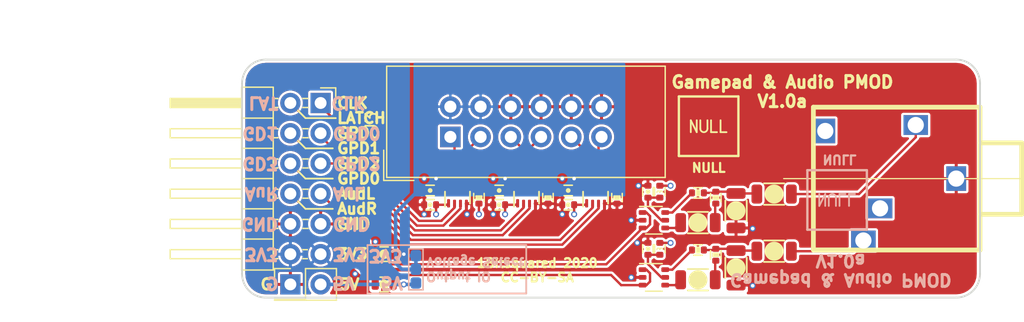
<source format=kicad_pcb>
(kicad_pcb (version 20171130) (host pcbnew 5.1.5-52549c5~86~ubuntu19.10.1)
  (title_block (title "iCEBreaker PMOD - Gamepad & Audio") (rev V1.0a) (company 1BitSquared) (comment 1 "2020 (C) 1BitSquared <info@1bitsquared.com>") (comment 2 "2020 (C) Piotr Esden-Tempski <piotr@esden.net>") (comment 3 "License: CC-BY-SA 4.0"))
  (layers (0 F.Cu signal) (1 In1.Cu signal) (2 In2.Cu signal) (31 B.Cu signal) (34 B.Paste user) (35 F.Paste user) (36 B.SilkS user) (37 F.SilkS user) (38 B.Mask user) (39 F.Mask user) (44 Edge.Cuts user))
  (net 0 "")
  (net 1 GND)
  (net 2 +3V3)
  (net 3 +5V)
  (net 4 "Net-(R3-Pad1)")
  (net 5 /LATCH)
  (net 6 "Net-(R1-Pad1)")
  (net 7 /xTVCC)
  (net 8 /xCLK)
  (net 9 /xGPD0)
  (net 10 /xLATCH)
  (net 11 /CLK)
  (net 12 /GPD1)
  (net 13 /GPD0)
  (net 14 /GPD3)
  (net 15 /GPD2)
  (net 16 /AudioL)
  (net 17 /AudioR)
  (net 18 /xGPD1)
  (net 19 /xGPD2)
  (net 20 /xGPD3)
  (net 21 "Net-(R2-Pad1)")
  (net 22 "Net-(C9-Pad1)")
  (net 23 /xAudioR)
  (net 24 "Net-(C15-Pad1)")
  (net 25 "Net-(C16-Pad2)")
  (net 26 "Net-(C16-Pad1)")
  (net 27 "Net-(C17-Pad2)")
  (net 28 "Net-(C17-Pad1)")
  (net 29 /xAudioL)
  (net 30 "Net-(C19-Pad2)")
  (net 31 "Net-(C20-Pad2)")
  (net 32 "Net-(R4-Pad2)")
  (net 33 "Net-(R5-Pad2)")
  (module pkl_logos:null_Logo_SilkS_5mm (layer F.Cu) (at 76.6 39.6)
    (fp_text reference REF** hide)
    (fp_text value null_Logo_SilkS_5mm hide)
  )
  (module pkl_logos:null_Logo_SilkS_5mm (layer B.Cu) (at 87.39361 45.794674)
    (fp_text reference REF** hide)
    (fp_text value null_Logo_SilkS_5mm hide)
  )
  (module Connector_IDC:IDC-Header_2x06_P2.54mm_Vertical (layer F.Cu) (at 54.9 40.5 90)
    (fp_text reference J3 (at 1.27 -6.604 90) (layer F.SilkS))
    (fp_text value Gamepads)
    (pad 12 thru_hole oval (at 2.54 12.7 90) (size 1.7272 1.7272) (drill 1.016) (layers *.Cu *.Mask) (net 1 GND))
    (pad 11 thru_hole oval (at 0 12.7 90) (size 1.7272 1.7272) (drill 1.016) (layers *.Cu *.Mask) (net 20 /xGPD3))
    (pad 10 thru_hole oval (at 2.54 10.16 90) (size 1.7272 1.7272) (drill 1.016) (layers *.Cu *.Mask) (net 1 GND))
    (pad 9 thru_hole oval (at 0 10.16 90) (size 1.7272 1.7272) (drill 1.016) (layers *.Cu *.Mask) (net 19 /xGPD2))
    (pad 8 thru_hole oval (at 2.54 7.62 90) (size 1.7272 1.7272) (drill 1.016) (layers *.Cu *.Mask) (net 1 GND))
    (pad 7 thru_hole oval (at 0 7.62 90) (size 1.7272 1.7272) (drill 1.016) (layers *.Cu *.Mask) (net 18 /xGPD1))
    (pad 6 thru_hole oval (at 2.54 5.08 90) (size 1.7272 1.7272) (drill 1.016) (layers *.Cu *.Mask) (net 1 GND))
    (pad 5 thru_hole oval (at 0 5.08 90) (size 1.7272 1.7272) (drill 1.016) (layers *.Cu *.Mask) (net 9 /xGPD0))
    (pad 4 thru_hole oval (at 2.54 2.54 90) (size 1.7272 1.7272) (drill 1.016) (layers *.Cu *.Mask) (net 7 /xTVCC))
    (pad 3 thru_hole oval (at 0 2.54 90) (size 1.7272 1.7272) (drill 1.016) (layers *.Cu *.Mask) (net 10 /xLATCH))
    (pad 2 thru_hole oval (at 2.54 0 90) (size 1.7272 1.7272) (drill 1.016) (layers *.Cu *.Mask) (net 7 /xTVCC))
    (pad 1 thru_hole rect (at 0 0 90) (size 1.7272 1.7272) (drill 1.016) (layers *.Cu *.Mask) (net 8 /xCLK))
  )
  (module pkl_jumpers:J_NCNO_0903_30 (layer B.Cu) (at 52.005 51.62 270)
    (fp_text reference J5)
    (fp_text value jmp)
    (fp_line (start -0.67 0) (end -0.48 0) (layer B.Cu) (width 0.3))
    (pad 1 smd roundrect (at -1.15 0 270) (size 0.95 0.9) (layers B.Cu B.Paste B.Mask) (net 2 +3V3))
    (pad 2 smd roundrect (at 0 0 270) (size 0.95 0.9) (layers B.Cu B.Paste B.Mask) (net 7 /xTVCC))
    (pad 3 smd roundrect (at 1.15 0 270) (size 0.95 0.9) (layers B.Cu B.Paste B.Mask) (net 3 +5V))
  )
  (module Package_TO_SOT_SMD:SOT-363_SC-70-6 (layer F.Cu) (at 72 52.3)
    (fp_text reference U5)
    (fp_text value 74AUP2G3404)
    (pad 6 smd roundrect (at 0.95 -0.65) (size 0.65 0.4) (layers F.Cu F.Paste F.Mask) (net 32 "Net-(R4-Pad2)"))
    (pad 4 smd roundrect (at 0.95 0.65) (size 0.65 0.4) (layers F.Cu F.Paste F.Mask) (net 27 "Net-(C17-Pad2)"))
    (pad 2 smd roundrect (at -0.95 0) (size 0.65 0.4) (layers F.Cu F.Paste F.Mask) (net 1 GND))
    (pad 5 smd roundrect (at 0.95 0) (size 0.65 0.4) (layers F.Cu F.Paste F.Mask) (net 24 "Net-(C15-Pad1)"))
    (pad 3 smd roundrect (at -0.95 0.65) (size 0.65 0.4) (layers F.Cu F.Paste F.Mask) (net 17 /AudioR))
    (pad 1 smd roundrect (at -0.95 -0.65) (size 0.65 0.4) (layers F.Cu F.Paste F.Mask) (net 17 /AudioR))
  )
  (module Package_TO_SOT_SMD:SOT-363_SC-70-6 (layer F.Cu) (at 72 47.5)
    (fp_text reference U4)
    (fp_text value 74AUP2G3404)
    (pad 6 smd roundrect (at 0.95 -0.65) (size 0.65 0.4) (layers F.Cu F.Paste F.Mask) (net 33 "Net-(R5-Pad2)"))
    (pad 4 smd roundrect (at 0.95 0.65) (size 0.65 0.4) (layers F.Cu F.Paste F.Mask) (net 25 "Net-(C16-Pad2)"))
    (pad 2 smd roundrect (at -0.95 0) (size 0.65 0.4) (layers F.Cu F.Paste F.Mask) (net 1 GND))
    (pad 5 smd roundrect (at 0.95 0) (size 0.65 0.4) (layers F.Cu F.Paste F.Mask) (net 22 "Net-(C9-Pad1)"))
    (pad 3 smd roundrect (at -0.95 0.65) (size 0.65 0.4) (layers F.Cu F.Paste F.Mask) (net 16 /AudioL))
    (pad 1 smd roundrect (at -0.95 -0.65) (size 0.65 0.4) (layers F.Cu F.Paste F.Mask) (net 16 /AudioL))
  )
  (module pkl_dipol:R_0402 (layer F.Cu) (at 77.2 50.4 270)
    (fp_text reference R7)
    (fp_text value 1k)
    (pad 2 smd roundrect (at 0.5 0 270) (size 0.5 0.6) (layers F.Cu F.Paste F.Mask) (net 28 "Net-(C17-Pad1)"))
    (pad 1 smd roundrect (at -0.5 0 270) (size 0.5 0.6) (layers F.Cu F.Paste F.Mask) (net 23 /xAudioR))
  )
  (module pkl_dipol:R_0402 (layer F.Cu) (at 77.2 45.6 270)
    (fp_text reference R6)
    (fp_text value 1k)
    (pad 2 smd roundrect (at 0.5 0 270) (size 0.5 0.6) (layers F.Cu F.Paste F.Mask) (net 26 "Net-(C16-Pad1)"))
    (pad 1 smd roundrect (at -0.5 0 270) (size 0.5 0.6) (layers F.Cu F.Paste F.Mask) (net 29 /xAudioL))
  )
  (module pkl_dipol:R_0402 (layer F.Cu) (at 75.7 45.2 180)
    (fp_text reference R5)
    (fp_text value 1k)
    (pad 2 smd roundrect (at 0.5 0 180) (size 0.5 0.6) (layers F.Cu F.Paste F.Mask) (net 33 "Net-(R5-Pad2)"))
    (pad 1 smd roundrect (at -0.5 0 180) (size 0.5 0.6) (layers F.Cu F.Paste F.Mask) (net 29 /xAudioL))
  )
  (module pkl_connectors:Switchcraft_35RAPC4BHN3 (layer F.Cu) (at 99.4 44 180)
    (fp_text reference J2)
    (fp_text value Switchcraft_35RAPC4BHN3 hide)
    (pad 5 thru_hole rect (at 5.4 4.5 180) (size 2.06 1.66) (drill 1.36) (layers *.Cu *.Mask) (net 31 "Net-(C20-Pad2)"))
    (pad 4 thru_hole rect (at 13 4 180) (size 1.66 2.06) (drill 1.36) (layers *.Cu *.Mask))
    (pad 3 thru_hole rect (at 8.4 -2.5 180) (size 2.06 1.66) (drill 1.36) (layers *.Cu *.Mask))
    (pad 2 thru_hole rect (at 9.8 -5.2 180) (size 2.06 1.66) (drill 1.36) (layers *.Cu *.Mask) (net 30 "Net-(C19-Pad2)"))
    (pad 1 thru_hole rect (at 2 0 180) (size 1.66 2.06) (drill 1.36) (layers *.Cu *.Mask) (net 1 GND))
  )
  (module pkl_dipol:L_0402 (layer F.Cu) (at 72.5 49.9 270)
    (fp_text reference FB2)
    (fp_text value 600)
    (pad 2 smd roundrect (at 0.5 0 270) (size 0.5 0.6) (layers F.Cu F.Paste F.Mask) (net 24 "Net-(C15-Pad1)"))
    (pad 1 smd roundrect (at -0.5 0 270) (size 0.5 0.6) (layers F.Cu F.Paste F.Mask) (net 2 +3V3))
  )
  (module pkl_dipol:L_0402 (layer F.Cu) (at 72.5 45.1 270)
    (fp_text reference FB1)
    (fp_text value 600)
    (pad 2 smd roundrect (at 0.5 0 270) (size 0.5 0.6) (layers F.Cu F.Paste F.Mask) (net 22 "Net-(C9-Pad1)"))
    (pad 1 smd roundrect (at -0.5 0 270) (size 0.5 0.6) (layers F.Cu F.Paste F.Mask) (net 2 +3V3))
  )
  (module pkl_dipol:C_1206 (layer F.Cu) (at 82.1 45.3)
    (fp_text reference C20)
    (fp_text value 100u)
    (pad 2 smd roundrect (at 1.45 0) (size 0.9 1.6) (layers F.Cu F.Paste F.Mask) (net 31 "Net-(C20-Pad2)"))
    (pad 1 smd roundrect (at -1.45 0) (size 0.9 1.6) (layers F.Cu F.Paste F.Mask) (net 29 /xAudioL))
  )
  (module pkl_dipol:C_1206 (layer F.Cu) (at 82.1 50.1)
    (fp_text reference C19)
    (fp_text value 100u)
    (pad 2 smd roundrect (at 1.45 0) (size 0.9 1.6) (layers F.Cu F.Paste F.Mask) (net 30 "Net-(C19-Pad2)"))
    (pad 1 smd roundrect (at -1.45 0) (size 0.9 1.6) (layers F.Cu F.Paste F.Mask) (net 23 /xAudioR))
  )
  (module pkl_dipol:C_1206 (layer F.Cu) (at 78.9 46.7 270)
    (fp_text reference C18)
    (fp_text value 4n7)
    (pad 2 smd roundrect (at 1.45 0 270) (size 0.9 1.6) (layers F.Cu F.Paste F.Mask) (net 1 GND))
    (pad 1 smd roundrect (at -1.45 0 270) (size 0.9 1.6) (layers F.Cu F.Paste F.Mask) (net 29 /xAudioL))
  )
  (module pkl_dipol:C_1206 (layer F.Cu) (at 75.7 52.5 180)
    (fp_text reference C17)
    (fp_text value 4n7)
    (pad 2 smd roundrect (at 1.45 0 180) (size 0.9 1.6) (layers F.Cu F.Paste F.Mask) (net 27 "Net-(C17-Pad2)"))
    (pad 1 smd roundrect (at -1.45 0 180) (size 0.9 1.6) (layers F.Cu F.Paste F.Mask) (net 28 "Net-(C17-Pad1)"))
  )
  (module pkl_dipol:C_1206 (layer F.Cu) (at 75.7 47.7 180)
    (fp_text reference C16)
    (fp_text value 4n7)
    (pad 2 smd roundrect (at 1.45 0 180) (size 0.9 1.6) (layers F.Cu F.Paste F.Mask) (net 25 "Net-(C16-Pad2)"))
    (pad 1 smd roundrect (at -1.45 0 180) (size 0.9 1.6) (layers F.Cu F.Paste F.Mask) (net 26 "Net-(C16-Pad1)"))
  )
  (module pkl_dipol:C_0402 (layer F.Cu) (at 71.5 49.9 90)
    (fp_text reference C15)
    (fp_text value 100n)
    (pad 2 smd roundrect (at 0.5 0 90) (size 0.5 0.6) (layers F.Cu F.Paste F.Mask) (net 1 GND))
    (pad 1 smd roundrect (at -0.5 0 90) (size 0.5 0.6) (layers F.Cu F.Paste F.Mask) (net 24 "Net-(C15-Pad1)"))
  )
  (module pkl_dipol:C_1206 (layer F.Cu) (at 78.9 51.5 270)
    (fp_text reference C14)
    (fp_text value 4n7)
    (pad 2 smd roundrect (at 1.45 0 270) (size 0.9 1.6) (layers F.Cu F.Paste F.Mask) (net 1 GND))
    (pad 1 smd roundrect (at -1.45 0 270) (size 0.9 1.6) (layers F.Cu F.Paste F.Mask) (net 23 /xAudioR))
  )
  (module pkl_dipol:C_0402 (layer F.Cu) (at 71.5 45.1 90)
    (fp_text reference C9)
    (fp_text value 100n)
    (pad 2 smd roundrect (at 0.5 0 90) (size 0.5 0.6) (layers F.Cu F.Paste F.Mask) (net 1 GND))
    (pad 1 smd roundrect (at -0.5 0 90) (size 0.5 0.6) (layers F.Cu F.Paste F.Mask) (net 22 "Net-(C9-Pad1)"))
  )
  (module pkl_housings_sot:SOT-833-1 (layer F.Cu) (at 67.1 45.6 90)
    (fp_text reference U3)
    (fp_text value 74LVC2T45)
    (pad 8 smd roundrect (at 0.5 -0.75) (size 0.25 0.65) (layers F.Cu F.Paste F.Mask) (net 7 /xTVCC))
    (pad 7 smd roundrect (at 0.5 -0.25) (size 0.25 0.65) (layers F.Cu F.Paste F.Mask) (net 19 /xGPD2))
    (pad 6 smd roundrect (at 0.5 0.25) (size 0.25 0.65) (layers F.Cu F.Paste F.Mask) (net 20 /xGPD3))
    (pad 5 smd roundrect (at 0.5 0.75) (size 0.25 0.65) (layers F.Cu F.Paste F.Mask) (net 4 "Net-(R3-Pad1)"))
    (pad 4 smd roundrect (at -0.5 0.75) (size 0.25 0.65) (layers F.Cu F.Paste F.Mask) (net 1 GND))
    (pad 3 smd roundrect (at -0.5 0.25) (size 0.25 0.65) (layers F.Cu F.Paste F.Mask) (net 14 /GPD3))
    (pad 2 smd roundrect (at -0.5 -0.25) (size 0.25 0.65) (layers F.Cu F.Paste F.Mask) (net 15 /GPD2))
    (pad 1 smd roundrect (at -0.475 -0.75) (size 0.25 0.7) (layers F.Cu F.Paste F.Mask) (net 2 +3V3))
  )
  (module pkl_housings_sot:SOT-833-1 (layer F.Cu) (at 61.3 45.6 90)
    (fp_text reference U2)
    (fp_text value 74LVC2T45)
    (pad 8 smd roundrect (at 0.5 -0.75) (size 0.25 0.65) (layers F.Cu F.Paste F.Mask) (net 7 /xTVCC))
    (pad 7 smd roundrect (at 0.5 -0.25) (size 0.25 0.65) (layers F.Cu F.Paste F.Mask) (net 9 /xGPD0))
    (pad 6 smd roundrect (at 0.5 0.25) (size 0.25 0.65) (layers F.Cu F.Paste F.Mask) (net 18 /xGPD1))
    (pad 5 smd roundrect (at 0.5 0.75) (size 0.25 0.65) (layers F.Cu F.Paste F.Mask) (net 21 "Net-(R2-Pad1)"))
    (pad 4 smd roundrect (at -0.5 0.75) (size 0.25 0.65) (layers F.Cu F.Paste F.Mask) (net 1 GND))
    (pad 3 smd roundrect (at -0.5 0.25) (size 0.25 0.65) (layers F.Cu F.Paste F.Mask) (net 12 /GPD1))
    (pad 2 smd roundrect (at -0.5 -0.25) (size 0.25 0.65) (layers F.Cu F.Paste F.Mask) (net 13 /GPD0))
    (pad 1 smd roundrect (at -0.475 -0.75) (size 0.25 0.7) (layers F.Cu F.Paste F.Mask) (net 2 +3V3))
  )
  (module pkl_housings_sot:SOT-833-1 (layer F.Cu) (at 55.5 45.6 90)
    (fp_text reference U1)
    (fp_text value 74LVC2T45)
    (pad 8 smd roundrect (at 0.5 -0.75) (size 0.25 0.65) (layers F.Cu F.Paste F.Mask) (net 7 /xTVCC))
    (pad 7 smd roundrect (at 0.5 -0.25) (size 0.25 0.65) (layers F.Cu F.Paste F.Mask) (net 8 /xCLK))
    (pad 6 smd roundrect (at 0.5 0.25) (size 0.25 0.65) (layers F.Cu F.Paste F.Mask) (net 10 /xLATCH))
    (pad 5 smd roundrect (at 0.5 0.75) (size 0.25 0.65) (layers F.Cu F.Paste F.Mask) (net 6 "Net-(R1-Pad1)"))
    (pad 4 smd roundrect (at -0.5 0.75) (size 0.25 0.65) (layers F.Cu F.Paste F.Mask) (net 1 GND))
    (pad 3 smd roundrect (at -0.5 0.25) (size 0.25 0.65) (layers F.Cu F.Paste F.Mask) (net 5 /LATCH))
    (pad 2 smd roundrect (at -0.5 -0.25) (size 0.25 0.65) (layers F.Cu F.Paste F.Mask) (net 11 /CLK))
    (pad 1 smd roundrect (at -0.475 -0.75) (size 0.25 0.7) (layers F.Cu F.Paste F.Mask) (net 2 +3V3))
  )
  (module pkl_dipol:R_0402 (layer F.Cu) (at 75.7 50 180)
    (fp_text reference R4)
    (fp_text value 1k)
    (pad 2 smd roundrect (at 0.5 0 180) (size 0.5 0.6) (layers F.Cu F.Paste F.Mask) (net 32 "Net-(R4-Pad2)"))
    (pad 1 smd roundrect (at -0.5 0 180) (size 0.5 0.6) (layers F.Cu F.Paste F.Mask) (net 23 /xAudioR))
  )
  (module pkl_dipol:R_0402 (layer F.Cu) (at 68.9 45.6 270)
    (fp_text reference R3)
    (fp_text value 10k)
    (pad 2 smd roundrect (at 0.5 0 270) (size 0.5 0.6) (layers F.Cu F.Paste F.Mask) (net 1 GND))
    (pad 1 smd roundrect (at -0.5 0 270) (size 0.5 0.6) (layers F.Cu F.Paste F.Mask) (net 4 "Net-(R3-Pad1)"))
  )
  (module pkl_dipol:R_0402 (layer F.Cu) (at 63.1 45.6 270)
    (fp_text reference R2)
    (fp_text value 10k)
    (pad 2 smd roundrect (at 0.5 0 270) (size 0.5 0.6) (layers F.Cu F.Paste F.Mask) (net 1 GND))
    (pad 1 smd roundrect (at -0.5 0 270) (size 0.5 0.6) (layers F.Cu F.Paste F.Mask) (net 21 "Net-(R2-Pad1)"))
  )
  (module pkl_dipol:R_0402 (layer F.Cu) (at 57.3 45.6 270)
    (fp_text reference R1)
    (fp_text value 10k)
    (pad 2 smd roundrect (at 0.5 0 270) (size 0.5 0.6) (layers F.Cu F.Paste F.Mask) (net 2 +3V3))
    (pad 1 smd roundrect (at -0.5 0 270) (size 0.5 0.6) (layers F.Cu F.Paste F.Mask) (net 6 "Net-(R1-Pad1)"))
  )
  (module pkl_dipol:C_0402 (layer F.Cu) (at 64.8 45 180)
    (fp_text reference C8)
    (fp_text value 100n)
    (pad 2 smd roundrect (at 0.5 0 180) (size 0.5 0.6) (layers F.Cu F.Paste F.Mask) (net 1 GND))
    (pad 1 smd roundrect (at -0.5 0 180) (size 0.5 0.6) (layers F.Cu F.Paste F.Mask) (net 7 /xTVCC))
  )
  (module pkl_dipol:C_0402 (layer F.Cu) (at 59 45 180)
    (fp_text reference C7)
    (fp_text value 100n)
    (pad 2 smd roundrect (at 0.5 0 180) (size 0.5 0.6) (layers F.Cu F.Paste F.Mask) (net 1 GND))
    (pad 1 smd roundrect (at -0.5 0 180) (size 0.5 0.6) (layers F.Cu F.Paste F.Mask) (net 7 /xTVCC))
  )
  (module pkl_dipol:C_0402 (layer F.Cu) (at 53.2 45 180)
    (fp_text reference C6)
    (fp_text value 100n)
    (pad 2 smd roundrect (at 0.5 0 180) (size 0.5 0.6) (layers F.Cu F.Paste F.Mask) (net 1 GND))
    (pad 1 smd roundrect (at -0.5 0 180) (size 0.5 0.6) (layers F.Cu F.Paste F.Mask) (net 7 /xTVCC))
  )
  (module pkl_dipol:C_0402 (layer F.Cu) (at 64.8 46.2 180)
    (fp_text reference C5)
    (fp_text value 100n)
    (pad 2 smd roundrect (at 0.5 0 180) (size 0.5 0.6) (layers F.Cu F.Paste F.Mask) (net 1 GND))
    (pad 1 smd roundrect (at -0.5 0 180) (size 0.5 0.6) (layers F.Cu F.Paste F.Mask) (net 2 +3V3))
  )
  (module pkl_dipol:C_0402 (layer F.Cu) (at 59 46.2 180)
    (fp_text reference C4)
    (fp_text value 100n)
    (pad 2 smd roundrect (at 0.5 0 180) (size 0.5 0.6) (layers F.Cu F.Paste F.Mask) (net 1 GND))
    (pad 1 smd roundrect (at -0.5 0 180) (size 0.5 0.6) (layers F.Cu F.Paste F.Mask) (net 2 +3V3))
  )
  (module pkl_dipol:C_0402 (layer F.Cu) (at 53.2 46.2 180)
    (fp_text reference C3)
    (fp_text value 100n)
    (pad 2 smd roundrect (at 0.5 0 180) (size 0.5 0.6) (layers F.Cu F.Paste F.Mask) (net 1 GND))
    (pad 1 smd roundrect (at -0.5 0 180) (size 0.5 0.6) (layers F.Cu F.Paste F.Mask) (net 2 +3V3))
  )
  (module pkl_dipol:C_0603 (layer F.Cu) (at 49.338 52.89 180)
    (fp_text reference C2)
    (fp_text value 10u)
    (pad 1 smd roundrect (at -0.75 0 180) (size 0.6 0.9) (layers F.Cu F.Paste F.Mask) (net 3 +5V))
    (pad 2 smd roundrect (at 0.75 0 180) (size 0.6 0.9) (layers F.Cu F.Paste F.Mask) (net 1 GND))
  )
  (module Connector_PinHeader_2.54mm:PinHeader_2x01_P2.54mm_Vertical (layer F.Cu) (at 41.46 52.89)
    (fp_text reference J1)
    (fp_text value 5V)
    (pad 1 thru_hole rect (at 0 0) (size 1.7 1.7) (drill 1) (layers *.Cu *.Mask) (net 1 GND))
    (pad 2 thru_hole oval (at 2.54 0) (size 1.7 1.7) (drill 1) (layers *.Cu *.Mask) (net 3 +5V))
  )
  (module pkl_dipol:C_0603 (layer F.Cu) (at 49.338 50.35 180)
    (fp_text reference C1)
    (fp_text value 10u)
    (pad 1 smd roundrect (at -0.75 0 180) (size 0.6 0.9) (layers F.Cu F.Paste F.Mask) (net 2 +3V3))
    (pad 2 smd roundrect (at 0.75 0 180) (size 0.6 0.9) (layers F.Cu F.Paste F.Mask) (net 1 GND))
  )
  (module pkl_connectors:PMODHeader_2x06_P2.54mm_Horizontal (layer F.Cu) (at 44 50.35 180)
    (fp_text reference J4)
    (fp_text value PMOD)
    (pad 7 thru_hole circle (at 2.54 12.7 180) (size 1.7 1.7) (drill 1) (layers *.Cu *.Mask) (net 5 /LATCH))
    (pad 1 thru_hole rect (at 0 12.7 180) (size 1.7 1.7) (drill 1) (layers *.Cu *.Mask) (net 11 /CLK))
    (pad 8 thru_hole oval (at 2.54 10.16 180) (size 1.7 1.7) (drill 1) (layers *.Cu *.Mask) (net 12 /GPD1))
    (pad 2 thru_hole oval (at 0 10.16 180) (size 1.7 1.7) (drill 1) (layers *.Cu *.Mask) (net 13 /GPD0))
    (pad 9 thru_hole oval (at 2.54 7.62 180) (size 1.7 1.7) (drill 1) (layers *.Cu *.Mask) (net 14 /GPD3))
    (pad 3 thru_hole oval (at 0 7.62 180) (size 1.7 1.7) (drill 1) (layers *.Cu *.Mask) (net 15 /GPD2))
    (pad 10 thru_hole oval (at 2.54 5.08 180) (size 1.7 1.7) (drill 1) (layers *.Cu *.Mask) (net 17 /AudioR))
    (pad 4 thru_hole oval (at 0 5.08 180) (size 1.7 1.7) (drill 1) (layers *.Cu *.Mask) (net 16 /AudioL))
    (pad 11 thru_hole oval (at 2.54 2.54 180) (size 1.7 1.7) (drill 1) (layers *.Cu *.Mask) (net 1 GND))
    (pad 5 thru_hole oval (at 0 2.54 180) (size 1.7 1.7) (drill 1) (layers *.Cu *.Mask) (net 1 GND))
    (pad 12 thru_hole oval (at 2.54 0 180) (size 1.7 1.7) (drill 1) (layers *.Cu *.Mask) (net 2 +3V3))
    (pad 6 thru_hole circle (at 0 0 180) (size 1.7 1.7) (drill 1) (layers *.Cu *.Mask) (net 2 +3V3))
  )
  (gr_text NULL (at 76.6 43.1) (layer F.SilkS) (effects (font (size 0.75 0.75) (thickness 0.1875))))
  (gr_text LAT (at 40.575 37.65 180) (layer B.SilkS) (effects (font (size 1 1) (thickness 0.25)) (justify right mirror)))
  (gr_text GD1 (at 40.571 40.19 180) (layer B.SilkS) (effects (font (size 1 1) (thickness 0.25)) (justify right mirror)))
  (gr_line (start 61.276 53.652) (end 61.276 49.588) (layer B.SilkS) (width 0.15))
  (gr_line (start 61.276 49.588) (end 47.941 49.588) (layer B.SilkS) (width 0.15))
  (gr_text NULL (at 87.59361 42.394674 180) (layer B.SilkS) (effects (font (size 0.75 0.75) (thickness 0.1875)) (justify mirror)))
  (gr_line (start 47.941 53.652) (end 61.276 53.652) (layer B.SilkS) (width 0.15))
  (gr_text "1Bitsquared 2020\nCC-BY-SA" (at 62.2 51.7) (layer F.SilkS) (effects (font (size 0.75 0.75) (thickness 0.1875))))
  (gr_text "Gamepad & Audio PMOD\nV1.0a" (at 82.8 36.7) (layer F.SilkS) (effects (font (size 1 1) (thickness 0.25))))
  (gr_line (start 47.941 49.588) (end 47.941 53.652) (layer B.SilkS) (width 0.15))
  (gr_line (start 39.4 34) (end 97.4 34) (layer Edge.Cuts) (width 0.15))
  (gr_text 5V (at 46.417 52.89) (layer F.SilkS) (effects (font (size 0.9 0.9) (thickness 0.225))))
  (gr_text AuL (at 44.893 45.27 180) (layer B.SilkS) (effects (font (size 1 1) (thickness 0.25)) (justify left mirror)))
  (gr_text G (at 39.94 52.89) (layer B.SilkS) (effects (font (size 1 1) (thickness 0.25)) (justify mirror)))
  (gr_text 5V (at 45.909 52.763 180) (layer B.SilkS) (effects (font (size 1 1) (thickness 0.25)) (justify mirror)))
  (gr_text 3V3 (at 44.889 50.35 180) (layer B.SilkS) (effects (font (size 1 1) (thickness 0.25)) (justify left mirror)))
  (gr_text GND (at 40.571 47.81 180) (layer B.SilkS) (effects (font (size 1 1) (thickness 0.25)) (justify right mirror)))
  (gr_text 3V3 (at 40.571 50.35 180) (layer B.SilkS) (effects (font (size 1 1) (thickness 0.25)) (justify right mirror)))
  (gr_text GND (at 44.893 47.81 180) (layer B.SilkS) (effects (font (size 1 1) (thickness 0.25)) (justify left mirror)))
  (gr_text AuR (at 40.571 45.27 180) (layer B.SilkS) (effects (font (size 1 1) (thickness 0.25)) (justify right mirror)))
  (gr_text GD3 (at 40.571 42.73 180) (layer B.SilkS) (effects (font (size 1 1) (thickness 0.25)) (justify right mirror)))
  (gr_text GPD2 (at 44.889 42.73 180) (layer B.SilkS) (effects (font (size 1 1) (thickness 0.25)) (justify left mirror)))
  (gr_text GPD0 (at 44.893 40.19 180) (layer B.SilkS) (effects (font (size 1 1) (thickness 0.25)) (justify left mirror)))
  (gr_text CLK (at 44.766 37.65 180) (layer B.SilkS) (effects (font (size 1 1) (thickness 0.25)) (justify left mirror)))
  (gr_text "Output IO\nVoltage Select" (at 52.767 51.62 180) (layer B.SilkS) (effects (font (size 0.75 0.75) (thickness 0.1875)) (justify left mirror)))
  (gr_text 3V3 (at 49.465 50.477 180) (layer B.SilkS) (effects (font (size 1 1) (thickness 0.25)) (justify mirror)))
  (gr_text 5V (at 49.973 52.763 180) (layer B.SilkS) (effects (font (size 1 1) (thickness 0.25)) (justify mirror)))
  (gr_text G (at 39.432 52.89) (layer F.SilkS) (effects (font (size 0.9 0.9) (thickness 0.225))))
  (gr_line (start 39.4 54) (end 97.4 54) (layer Edge.Cuts) (width 0.15))
  (gr_line (start 42.73 46.54) (end 45.02 46.54) (layer F.SilkS) (width 0.15))
  (gr_line (start 42.095 45.905) (end 42.73 46.54) (layer F.SilkS) (width 0.15))
  (gr_text AudR (at 45.274 46.54) (layer F.SilkS) (effects (font (size 0.9 0.9) (thickness 0.225)) (justify left)))
  (gr_text AudL (at 45.274 45.27) (layer F.SilkS) (effects (font (size 0.9 0.9) (thickness 0.225)) (justify left)))
  (gr_line (start 42.73 44) (end 45.02 44) (layer F.SilkS) (width 0.15))
  (gr_line (start 42.095 43.365) (end 42.73 44) (layer F.SilkS) (width 0.15))
  (gr_line (start 42.73 41.46) (end 45.02 41.46) (layer F.SilkS) (width 0.15))
  (gr_line (start 42.095 40.825) (end 42.73 41.46) (layer F.SilkS) (width 0.15))
  (gr_line (start 42.73 38.92) (end 45.27 38.92) (layer F.SilkS) (width 0.15))
  (gr_line (start 42.095 38.285) (end 42.73 38.92) (layer F.SilkS) (width 0.15))
  (gr_text GND (at 45.274 47.81) (layer F.SilkS) (effects (font (size 0.9 0.9) (thickness 0.225)) (justify left)))
  (gr_text 3V3 (at 45.274 50.35) (layer F.SilkS) (effects (font (size 0.9 0.9) (thickness 0.225)) (justify left)))
  (gr_text GPD0 (at 45.274 44) (layer F.SilkS) (effects (font (size 0.9 0.9) (thickness 0.225)) (justify left)))
  (gr_text GPD2 (at 45.274 42.73) (layer F.SilkS) (effects (font (size 0.9 0.9) (thickness 0.225)) (justify left)))
  (gr_text GPD1 (at 45.274 41.46) (layer F.SilkS) (effects (font (size 0.9 0.9) (thickness 0.225)) (justify left)))
  (gr_text GPD0 (at 45.274 40.19) (layer F.SilkS) (effects (font (size 0.9 0.9) (thickness 0.225)) (justify left)))
  (gr_text CLK (at 45.274 37.65) (layer F.SilkS) (effects (font (size 0.9 0.9) (thickness 0.225)) (justify left)))
  (gr_text LATCH (at 45.27 38.92) (layer F.SilkS) (effects (font (size 0.9 0.9) (thickness 0.225)) (justify left)))
  (gr_text "Gamepad & Audio PMOD\nV1.0a" (at 87.7 51.7 180) (layer B.SilkS) (effects (font (size 1 1) (thickness 0.25)) (justify mirror)))
  (gr_arc (start 97.4 36) (end 99.4 36) (angle -90) (layer Edge.Cuts) (width 0.15))
  (gr_arc (start 39.4 36) (end 39.4 34) (angle -90) (layer Edge.Cuts) (width 0.15))
  (gr_arc (start 39.4 52) (end 37.4 52) (angle -90) (layer Edge.Cuts) (width 0.15))
  (gr_arc (start 97.4 52) (end 97.4 54) (angle -90) (layer Edge.Cuts) (width 0.15))
  (gr_line (start 99.4 36) (end 99.4 52) (layer Edge.Cuts) (width 0.15))
  (gr_line (start 37.4 52) (end 37.4 36) (layer Edge.Cuts) (width 0.15))
  (via (at 58.5 47) (size 0.5) (drill 0.3) (layers F.Cu B.Cu) (net 1))
  (via (at 58.5 44) (size 0.5) (drill 0.3) (layers F.Cu B.Cu) (net 1))
  (via (at 56.3 47) (size 0.5) (drill 0.3) (layers F.Cu B.Cu) (net 1))
  (via (at 64.3 47) (size 0.5) (drill 0.3) (layers F.Cu B.Cu) (net 1))
  (via (at 64.3 44) (size 0.5) (drill 0.3) (layers F.Cu B.Cu) (net 1))
  (via (at 52.7 44) (size 0.5) (drill 0.3) (layers F.Cu B.Cu) (net 1))
  (via (at 52.7 47) (size 0.5) (drill 0.3) (layers F.Cu B.Cu) (net 1))
  (via (at 48.6 49.3) (size 0.5) (drill 0.3) (layers F.Cu B.Cu) (net 1))
  (via (at 46.9 52) (size 0.5) (drill 0.3) (layers F.Cu B.Cu) (net 1))
  (via (at 70.1 52.3) (size 0.5) (drill 0.3) (layers F.Cu B.Cu) (net 1))
  (via (at 70.1 47.5) (size 0.5) (drill 0.3) (layers F.Cu B.Cu) (net 1))
  (via (at 70.6 49.4) (size 0.5) (drill 0.3) (layers F.Cu B.Cu) (net 1))
  (via (at 70.7 44.6) (size 0.5) (drill 0.3) (layers F.Cu B.Cu) (net 1))
  (via (at 80.3 53) (size 0.5) (drill 0.3) (layers F.Cu B.Cu) (net 1))
  (via (at 80.3 48.2) (size 0.5) (drill 0.3) (layers F.Cu B.Cu) (net 1))
  (segment (start 52.005 50.47) (end 51.25 50.47) (width 0.3) (layer B.Cu) (net 2))
  (via (at 50.989 50.350034) (size 0.5) (drill 0.3) (layers F.Cu B.Cu) (net 2))
  (segment (start 50.988966 50.35) (end 50.989 50.350034) (width 0.3) (layer F.Cu) (net 2))
  (segment (start 50.088 50.35) (end 50.988966 50.35) (width 0.3) (layer F.Cu) (net 2))
  (segment (start 54.625 46.2) (end 54.75 46.075) (width 0.2) (layer F.Cu) (net 2))
  (segment (start 53.7 46.2) (end 54.625 46.2) (width 0.2) (layer F.Cu) (net 2))
  (segment (start 60.425 46.2) (end 60.55 46.075) (width 0.2) (layer F.Cu) (net 2))
  (segment (start 59.5 46.2) (end 60.425 46.2) (width 0.2) (layer F.Cu) (net 2))
  (segment (start 66.225 46.2) (end 66.35 46.075) (width 0.2) (layer F.Cu) (net 2))
  (segment (start 65.3 46.2) (end 66.225 46.2) (width 0.2) (layer F.Cu) (net 2))
  (via (at 59.5 47) (size 0.5) (drill 0.3) (layers F.Cu B.Cu) (net 2))
  (segment (start 59.5 46.2) (end 59.5 47) (width 0.2) (layer F.Cu) (net 2))
  (via (at 57.3 47) (size 0.5) (drill 0.3) (layers F.Cu B.Cu) (net 2))
  (segment (start 57.3 46.1) (end 57.3 47) (width 0.2) (layer F.Cu) (net 2))
  (segment (start 53.7 46.2) (end 53.7 47) (width 0.2) (layer F.Cu) (net 2))
  (via (at 53.7 47) (size 0.5) (drill 0.3) (layers F.Cu B.Cu) (net 2))
  (via (at 65.3 47) (size 0.5) (drill 0.3) (layers F.Cu B.Cu) (net 2))
  (segment (start 65.3 46.2) (end 65.3 47) (width 0.2) (layer F.Cu) (net 2))
  (segment (start 51.108966 50.47) (end 50.989 50.350034) (width 0.3) (layer B.Cu) (net 2))
  (segment (start 51.25 50.47) (end 51.108966 50.47) (width 0.3) (layer B.Cu) (net 2))
  (via (at 73.4 44.6) (size 0.5) (drill 0.3) (layers F.Cu B.Cu) (net 2))
  (segment (start 72.5 44.6) (end 73.4 44.6) (width 0.2) (layer F.Cu) (net 2))
  (via (at 73.4 49.4) (size 0.5) (drill 0.3) (layers F.Cu B.Cu) (net 2))
  (segment (start 72.5 49.4) (end 73.4 49.4) (width 0.2) (layer F.Cu) (net 2))
  (segment (start 51.885 52.89) (end 52.005 52.77) (width 0.3) (layer B.Cu) (net 3))
  (via (at 50.989 52.89) (size 0.5) (drill 0.3) (layers F.Cu B.Cu) (net 3))
  (segment (start 50.088 52.89) (end 50.989 52.89) (width 0.3) (layer F.Cu) (net 3))
  (segment (start 44 52.89) (end 47.71 52.89) (width 0.3) (layer B.Cu) (net 3))
  (segment (start 50.989 52.89) (end 51.885 52.89) (width 0.3) (layer B.Cu) (net 3))
  (segment (start 47.71 52.89) (end 50.989 52.89) (width 0.3) (layer B.Cu) (net 3))
  (segment (start 68.9 45.1) (end 67.85 45.1) (width 0.2) (layer F.Cu) (net 4))
  (segment (start 42.71 38.9) (end 44.4343 38.9) (width 0.2) (layer F.Cu) (net 5))
  (segment (start 44.4343 38.9) (end 45.599989 40.065689) (width 0.2) (layer F.Cu) (net 5))
  (segment (start 45.599989 40.065689) (end 45.599989 41.465689) (width 0.2) (layer F.Cu) (net 5))
  (segment (start 54.315687 47.950013) (end 55.75 46.5157) (width 0.2) (layer F.Cu) (net 5))
  (segment (start 45.599989 41.465689) (end 52.084313 47.950013) (width 0.2) (layer F.Cu) (net 5))
  (segment (start 55.75 46.5157) (end 55.75 46.1) (width 0.2) (layer F.Cu) (net 5))
  (segment (start 41.46 37.65) (end 42.71 38.9) (width 0.2) (layer F.Cu) (net 5))
  (segment (start 52.084313 47.950013) (end 54.315687 47.950013) (width 0.2) (layer F.Cu) (net 5))
  (segment (start 56.25 45.1) (end 57.3 45.1) (width 0.2) (layer F.Cu) (net 6))
  (segment (start 54.65 45) (end 54.75 45.1) (width 0.2) (layer F.Cu) (net 7))
  (segment (start 53.7 45) (end 54.65 45) (width 0.2) (layer F.Cu) (net 7))
  (segment (start 60.45 45) (end 60.55 45.1) (width 0.2) (layer F.Cu) (net 7))
  (segment (start 59.5 45) (end 60.45 45) (width 0.2) (layer F.Cu) (net 7))
  (via (at 53.7 44) (size 0.5) (drill 0.3) (layers F.Cu B.Cu) (net 7))
  (segment (start 53.7 45) (end 53.7 44) (width 0.2) (layer F.Cu) (net 7))
  (via (at 59.5 44) (size 0.5) (drill 0.3) (layers F.Cu B.Cu) (net 7))
  (segment (start 59.5 45) (end 59.5 44) (width 0.2) (layer F.Cu) (net 7))
  (segment (start 52.005 51.62) (end 50.82 51.62) (width 0.3) (layer B.Cu) (net 7))
  (segment (start 50.82 51.62) (end 50.3 51.1) (width 0.3) (layer B.Cu) (net 7))
  (segment (start 50.3 51.1) (end 50.3 46.9) (width 0.3) (layer B.Cu) (net 7))
  (segment (start 50.3 46.9) (end 52.1 45.1) (width 0.3) (layer B.Cu) (net 7))
  (segment (start 65.3 45) (end 65.3 44) (width 0.2) (layer F.Cu) (net 7))
  (via (at 65.3 44) (size 0.5) (drill 0.3) (layers F.Cu B.Cu) (net 7))
  (segment (start 66.25 45) (end 66.35 45.1) (width 0.2) (layer F.Cu) (net 7))
  (segment (start 65.3 45) (end 66.25 45) (width 0.2) (layer F.Cu) (net 7))
  (segment (start 55.25 40.85) (end 54.9 40.5) (width 0.2) (layer F.Cu) (net 8))
  (segment (start 55.25 45.1) (end 55.25 40.85) (width 0.2) (layer F.Cu) (net 8))
  (segment (start 61.05 41.57) (end 59.98 40.5) (width 0.2) (layer F.Cu) (net 9))
  (segment (start 61.05 45.1) (end 61.05 41.57) (width 0.2) (layer F.Cu) (net 9))
  (segment (start 55.75 42.19) (end 57.44 40.5) (width 0.2) (layer F.Cu) (net 10))
  (segment (start 55.75 45.1) (end 55.75 42.19) (width 0.2) (layer F.Cu) (net 10))
  (segment (start 54.2 47.487668) (end 55.25 46.437668) (width 0.2) (layer F.Cu) (net 11))
  (segment (start 54.2 47.5) (end 54.2 47.487668) (width 0.2) (layer F.Cu) (net 11))
  (segment (start 54.149998 47.550002) (end 54.2 47.5) (width 0.2) (layer F.Cu) (net 11))
  (segment (start 46 41.3) (end 52.250002 47.550002) (width 0.2) (layer F.Cu) (net 11))
  (segment (start 52.250002 47.550002) (end 54.149998 47.550002) (width 0.2) (layer F.Cu) (net 11))
  (segment (start 44 37.9) (end 46 39.9) (width 0.2) (layer F.Cu) (net 11))
  (segment (start 55.25 46.437668) (end 55.25 46.1) (width 0.2) (layer F.Cu) (net 11))
  (segment (start 46 39.9) (end 46 41.3) (width 0.2) (layer F.Cu) (net 11))
  (segment (start 44 37.65) (end 44 37.9) (width 0.2) (layer F.Cu) (net 11))
  (segment (start 41.46 40.19) (end 42.77 41.5) (width 0.2) (layer F.Cu) (net 12))
  (segment (start 44.5029 41.5) (end 51.752935 48.750035) (width 0.2) (layer F.Cu) (net 12))
  (segment (start 61.55 46.503368) (end 61.55 46.1) (width 0.2) (layer F.Cu) (net 12))
  (segment (start 59.303333 48.750035) (end 61.55 46.503368) (width 0.2) (layer F.Cu) (net 12))
  (segment (start 51.752935 48.750035) (end 59.303333 48.750035) (width 0.2) (layer F.Cu) (net 12))
  (segment (start 42.77 41.5) (end 44.5029 41.5) (width 0.2) (layer F.Cu) (net 12))
  (segment (start 44 40.4314) (end 51.918624 48.350024) (width 0.2) (layer F.Cu) (net 13))
  (segment (start 44 40.19) (end 44 40.4314) (width 0.2) (layer F.Cu) (net 13))
  (segment (start 61.05 46.437668) (end 61.05 46.1) (width 0.2) (layer F.Cu) (net 13))
  (segment (start 59.137644 48.350024) (end 61.05 46.437668) (width 0.2) (layer F.Cu) (net 13))
  (segment (start 51.918624 48.350024) (end 59.137644 48.350024) (width 0.2) (layer F.Cu) (net 13))
  (segment (start 42.73 44) (end 45.8715 44) (width 0.2) (layer F.Cu) (net 14))
  (segment (start 45.8715 44) (end 51.421557 49.550057) (width 0.2) (layer F.Cu) (net 14))
  (segment (start 64.303311 49.550057) (end 67.35 46.503368) (width 0.2) (layer F.Cu) (net 14))
  (segment (start 67.35 46.503368) (end 67.35 46.425) (width 0.2) (layer F.Cu) (net 14))
  (segment (start 67.35 46.425) (end 67.35 46.1) (width 0.2) (layer F.Cu) (net 14))
  (segment (start 41.46 42.73) (end 42.73 44) (width 0.2) (layer F.Cu) (net 14))
  (segment (start 51.421557 49.550057) (end 64.303311 49.550057) (width 0.2) (layer F.Cu) (net 14))
  (segment (start 45.1672 42.73) (end 51.587246 49.150046) (width 0.2) (layer F.Cu) (net 15))
  (segment (start 66.85 46.437668) (end 66.85 46.1) (width 0.2) (layer F.Cu) (net 15))
  (segment (start 64.137622 49.150046) (end 66.85 46.437668) (width 0.2) (layer F.Cu) (net 15))
  (segment (start 51.587246 49.150046) (end 64.137622 49.150046) (width 0.2) (layer F.Cu) (net 15))
  (segment (start 44 42.73) (end 45.1672 42.73) (width 0.2) (layer F.Cu) (net 15))
  (segment (start 44.355 45.625) (end 44 45.27) (width 0.2) (layer F.Cu) (net 16))
  (segment (start 48.351588 51.2) (end 68 51.2) (width 0.2) (layer F.Cu) (net 16))
  (segment (start 44.849999 46.119999) (end 44.849999 46.149999) (width 0.2) (layer F.Cu) (net 16))
  (segment (start 44 45.27) (end 44.849999 46.119999) (width 0.2) (layer F.Cu) (net 16))
  (segment (start 44.849999 46.149999) (end 47.98799 49.28799) (width 0.2) (layer F.Cu) (net 16))
  (segment (start 68 51.2) (end 71.05 48.15) (width 0.2) (layer F.Cu) (net 16))
  (segment (start 47.98799 49.28799) (end 47.98799 50.836402) (width 0.2) (layer F.Cu) (net 16))
  (segment (start 47.98799 50.836402) (end 48.351588 51.2) (width 0.2) (layer F.Cu) (net 16))
  (segment (start 71.375 46.85) (end 71.05 46.85) (width 0.2) (layer F.Cu) (net 16))
  (segment (start 71.67501 47.15001) (end 71.375 46.85) (width 0.2) (layer F.Cu) (net 16))
  (segment (start 71.67501 47.84999) (end 71.67501 47.15001) (width 0.2) (layer F.Cu) (net 16))
  (segment (start 71.375 48.15) (end 71.67501 47.84999) (width 0.2) (layer F.Cu) (net 16))
  (segment (start 71.05 48.15) (end 71.375 48.15) (width 0.2) (layer F.Cu) (net 16))
  (segment (start 47.8 52.1) (end 68.4 52.1) (width 0.2) (layer F.Cu) (net 17))
  (segment (start 41.46 45.27) (end 42.7 46.51) (width 0.2) (layer F.Cu) (net 17))
  (segment (start 42.7 46.51) (end 42.7 48.6) (width 0.2) (layer F.Cu) (net 17))
  (segment (start 42.7 48.6) (end 43.2 49.1) (width 0.2) (layer F.Cu) (net 17))
  (segment (start 44.8 49.1) (end 47.8 52.1) (width 0.2) (layer F.Cu) (net 17))
  (segment (start 43.2 49.1) (end 44.8 49.1) (width 0.2) (layer F.Cu) (net 17))
  (segment (start 69.25 52.95) (end 71.05 52.95) (width 0.2) (layer F.Cu) (net 17))
  (segment (start 68.4 52.1) (end 69.25 52.95) (width 0.2) (layer F.Cu) (net 17))
  (segment (start 71.375 52.95) (end 71.05 52.95) (width 0.2) (layer F.Cu) (net 17))
  (segment (start 71.67501 52.64999) (end 71.375 52.95) (width 0.2) (layer F.Cu) (net 17))
  (segment (start 71.67501 51.95001) (end 71.67501 52.64999) (width 0.2) (layer F.Cu) (net 17))
  (segment (start 71.375 51.65) (end 71.67501 51.95001) (width 0.2) (layer F.Cu) (net 17))
  (segment (start 71.05 51.65) (end 71.375 51.65) (width 0.2) (layer F.Cu) (net 17))
  (segment (start 61.55 41.47) (end 62.52 40.5) (width 0.2) (layer F.Cu) (net 18))
  (segment (start 61.55 45.1) (end 61.55 41.47) (width 0.2) (layer F.Cu) (net 18))
  (segment (start 66.85 42.29) (end 65.06 40.5) (width 0.2) (layer F.Cu) (net 19))
  (segment (start 66.85 45.1) (end 66.85 42.29) (width 0.2) (layer F.Cu) (net 19))
  (segment (start 67.35 40.75) (end 67.6 40.5) (width 0.2) (layer F.Cu) (net 20))
  (segment (start 67.35 45.1) (end 67.35 40.75) (width 0.2) (layer F.Cu) (net 20))
  (segment (start 63.1 45.1) (end 62.05 45.1) (width 0.2) (layer F.Cu) (net 21))
  (segment (start 72.5 45.6) (end 71.5 45.6) (width 0.2) (layer F.Cu) (net 22))
  (segment (start 72.625 47.5) (end 72.95 47.5) (width 0.2) (layer F.Cu) (net 22))
  (segment (start 71.5 46.375) (end 72.625 47.5) (width 0.2) (layer F.Cu) (net 22))
  (segment (start 71.5 45.6) (end 71.5 46.375) (width 0.2) (layer F.Cu) (net 22))
  (segment (start 77.1 50) (end 77.2 49.9) (width 0.2) (layer F.Cu) (net 23))
  (segment (start 76.2 50) (end 77.1 50) (width 0.2) (layer F.Cu) (net 23))
  (segment (start 78.75 49.9) (end 78.9 50.05) (width 0.2) (layer F.Cu) (net 23))
  (segment (start 77.2 49.9) (end 78.75 49.9) (width 0.2) (layer F.Cu) (net 23))
  (segment (start 80.6 50.05) (end 80.65 50.1) (width 0.2) (layer F.Cu) (net 23))
  (segment (start 78.9 50.05) (end 80.6 50.05) (width 0.2) (layer F.Cu) (net 23))
  (segment (start 71.5 50.4) (end 72.5 50.4) (width 0.2) (layer F.Cu) (net 24))
  (segment (start 72.625 52.3) (end 72.95 52.3) (width 0.2) (layer F.Cu) (net 24))
  (segment (start 71.5 51.175) (end 72.625 52.3) (width 0.2) (layer F.Cu) (net 24))
  (segment (start 71.5 50.4) (end 71.5 51.175) (width 0.2) (layer F.Cu) (net 24))
  (segment (start 73.8 48.15) (end 74.25 47.7) (width 0.2) (layer F.Cu) (net 25))
  (segment (start 72.95 48.15) (end 73.8 48.15) (width 0.2) (layer F.Cu) (net 25))
  (segment (start 77.15 46.15) (end 77.2 46.1) (width 0.2) (layer F.Cu) (net 26))
  (segment (start 77.15 47.7) (end 77.15 46.15) (width 0.2) (layer F.Cu) (net 26))
  (segment (start 73.8 52.95) (end 74.25 52.5) (width 0.2) (layer F.Cu) (net 27))
  (segment (start 72.95 52.95) (end 73.8 52.95) (width 0.2) (layer F.Cu) (net 27))
  (segment (start 77.15 50.95) (end 77.2 50.9) (width 0.2) (layer F.Cu) (net 28))
  (segment (start 77.15 52.5) (end 77.15 50.95) (width 0.2) (layer F.Cu) (net 28))
  (segment (start 77.1 45.2) (end 77.2 45.1) (width 0.2) (layer F.Cu) (net 29))
  (segment (start 76.2 45.2) (end 77.1 45.2) (width 0.2) (layer F.Cu) (net 29))
  (segment (start 78.75 45.1) (end 78.9 45.25) (width 0.2) (layer F.Cu) (net 29))
  (segment (start 77.2 45.1) (end 78.75 45.1) (width 0.2) (layer F.Cu) (net 29))
  (segment (start 80.6 45.25) (end 80.65 45.3) (width 0.2) (layer F.Cu) (net 29))
  (segment (start 78.9 45.25) (end 80.6 45.25) (width 0.2) (layer F.Cu) (net 29))
  (segment (start 88.7 50.1) (end 89.6 49.2) (width 0.2) (layer F.Cu) (net 30))
  (segment (start 83.55 50.1) (end 88.7 50.1) (width 0.2) (layer F.Cu) (net 30))
  (segment (start 94 40.53) (end 94 39.5) (width 0.2) (layer F.Cu) (net 31))
  (segment (start 89.23 45.3) (end 94 40.53) (width 0.2) (layer F.Cu) (net 31))
  (segment (start 83.55 45.3) (end 89.23 45.3) (width 0.2) (layer F.Cu) (net 31))
  (segment (start 73.55 51.65) (end 75.2 50) (width 0.2) (layer F.Cu) (net 32))
  (segment (start 72.95 51.65) (end 73.55 51.65) (width 0.2) (layer F.Cu) (net 32))
  (segment (start 73.55 46.85) (end 75.2 45.2) (width 0.2) (layer F.Cu) (net 33))
  (segment (start 72.95 46.85) (end 73.55 46.85) (width 0.2) (layer F.Cu) (net 33))
  (zone (net 1) (net_name GND) (layer F.Cu) (connect_pads (clearance 0.2)) (min_thickness 0.2) (fill yes (arc_segments 16) (thermal_gap 0.2) (thermal_bridge_width 0.25))
    (polygon (pts (xy 99.4 54) (xy 37.4 54) (xy 37.4 34) (xy 99.4 34)))
  )
  (zone (net 2) (net_name +3V3) (layer B.Cu) (connect_pads (clearance 0.2)) (min_thickness 0.2) (fill yes (arc_segments 16) (thermal_gap 0.2) (thermal_bridge_width 0.25))
    (polygon (pts (xy 51.5 54) (xy 37.4 54) (xy 37.4 33.967) (xy 51.5 34)))
  )
  (zone (net 7) (net_name /xTVCC) (layer B.Cu) (connect_pads (clearance 0.2)) (min_thickness 0.2) (fill yes (arc_segments 32) (thermal_gap 0.2) (thermal_bridge_width 0.21))
    (polygon (pts (xy 69.6 45.5) (xy 51.8 45.5) (xy 51.8 34) (xy 69.6 34)))
  )
)
</source>
